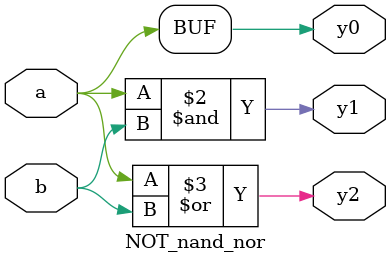
<source format=v>
`timescale 1ns / 1ps


module NOT_nand_nor(
    input a,b,
    output y0,y1,y2
    );
    assign  y0 = -a;
    assign y1 = (a&b);
    assign y2 = -(a|b);
endmodule

</source>
